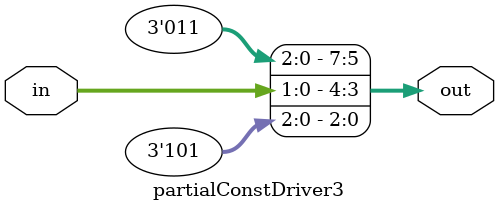
<source format=v>
module partialConstDriver3(input [2-1:0] in, output [8-1:0] out);
  assign out = {2'B 11, in, 3'B 101};
endmodule

</source>
